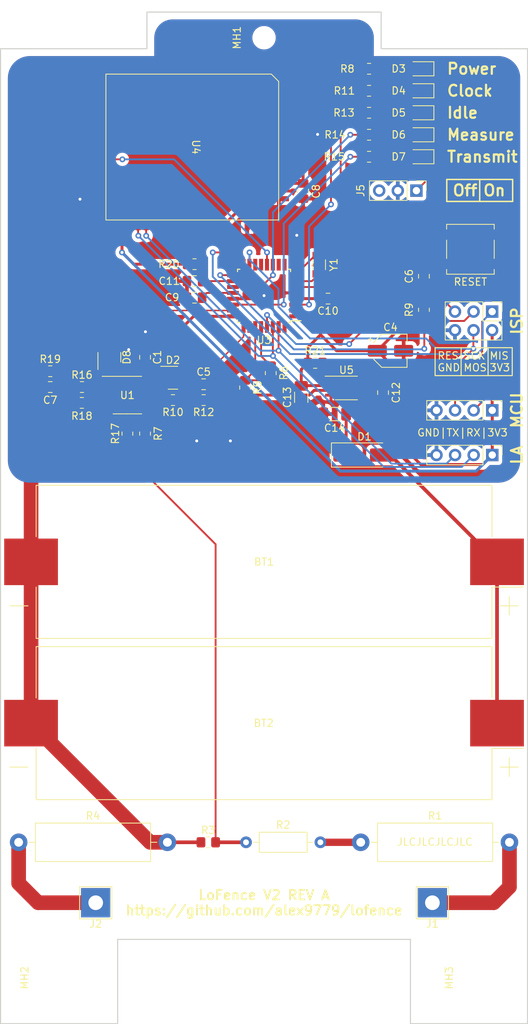
<source format=kicad_pcb>
(kicad_pcb (version 20221018) (generator pcbnew)
  (layers (0 "F.Cu" signal) (31 "B.Cu" signal) (34 "B.Paste" user) (35 "F.Paste" user) (36 "B.SilkS" user "B.Silkscreen") (37 "F.SilkS" user "F.Silkscreen") (38 "B.Mask" user) (39 "F.Mask" user) (44 "Edge.Cuts" user))
  (net 0 "")
  (net 1 "GND")
  (net 2 "+3V3")
  (net 3 "MCU_RESET")
  (net 4 "ADC_POWER")
  (net 5 "ADC+")
  (net 6 "ADC-")
  (net 7 "Net-(BT1-+)")
  (net 8 "MCU_SCK")
  (net 9 "RN_RESET")
  (net 10 "LA_RX")
  (net 11 "LA_TX")
  (net 12 "PROBE")
  (net 13 "BAT_ADC")
  (net 14 "BAT_VCC")
  (net 15 "BAT_GND")
  (net 16 "Net-(U3-AREF)")
  (net 17 "AVCC")
  (net 18 "Net-(U5-C+)")
  (net 19 "Net-(U5-C-)")
  (net 20 "Net-(D2-A1)")
  (net 21 "Net-(D3-K)")
  (net 22 "Net-(D3-A)")
  (net 23 "MCU_MISO")
  (net 24 "MCU_MOSI")
  (net 25 "LED_CLK")
  (net 26 "LED_IDLE")
  (net 27 "LED_MSR")
  (net 28 "LED_TX")
  (net 29 "Net-(D4-A)")
  (net 30 "Net-(D5-A)")
  (net 31 "Net-(D6-A)")
  (net 32 "Net-(D7-A)")
  (net 33 "Net-(D8-A1)")
  (net 34 "Net-(J1-Pin_1)")
  (net 35 "Net-(R1-Pad1)")
  (net 36 "Net-(J2-Pin_1)")
  (net 38 "Net-(U1B-+)")
  (net 39 "Net-(U1B--)")
  (net 40 "Net-(U1A--)")
  (net 41 "Net-(U1A-+)")
  (net 42 "Net-(U5-PGOOD)")
  (net 45 "Net-(U3-XTAL1{slash}PB6)")
  (net 46 "Net-(U3-XTAL2{slash}PB7)")
  (footprint "Resistor_SMD:R_0805_2012Metric_Pad1.20x1.40mm_HandSolder" (layer "F.Cu") (at 71.9144 79.248 -90)
    (fp_text reference "R6")
    (fp_text value "232R")
  )
  (footprint "Resistor_THT:R_Axial_DIN0516_L15.5mm_D5.0mm_P20.32mm_Horizontal" (layer "F.Cu") (at 37.472 143.256)
    (fp_text reference "R4")
    (fp_text value "10M 6KV")
  )
  (footprint "Resistor_SMD:R_0805_2012Metric_Pad1.20x1.40mm_HandSolder" (layer "F.Cu") (at 54.744 87.503 -90)
    (fp_text reference "R7")
    (fp_text value "100k")
  )
  (footprint "Resistor_SMD:R_0805_2012Metric_Pad1.20x1.40mm_HandSolder" (layer "F.Cu") (at 61.5004 64.389)
    (fp_text reference "R20")
    (fp_text value "47R")
  )
  (footprint "Capacitor_SMD:C_0805_2012Metric_Pad1.18x1.45mm_HandSolder" (layer "F.Cu") (at 76.334 54.4068 90)
    (fp_text reference "C8")
    (fp_text value "100nF")
  )
  (footprint "Capacitor_SMD:C_0805_2012Metric_Pad1.18x1.45mm_HandSolder" (layer "F.Cu") (at 61.5004 68.961 180)
    (fp_text reference "C9")
    (fp_text value "100nF")
  )
  (footprint "Capacitor_SMD:C_0805_2012Metric_Pad1.18x1.45mm_HandSolder" (layer "F.Cu") (at 79.7376 69.088 180)
    (fp_text reference "C10")
    (fp_text value "100nF")
  )
  (footprint "ALITECS:LA66_serial-only" (layer "F.Cu") (at 61.1956 48.4124 -90)
    (fp_text reference "U4")
    (fp_text value "LA66")
  )
  (footprint "Resistor_THT:R_Axial_DIN0516_L15.5mm_D5.0mm_P20.32mm_Horizontal" (layer "F.Cu") (at 84.208 143.256)
    (fp_text reference "R1")
    (fp_text value "10M 6KV")
  )
  (footprint "Resistor_THT:R_Axial_DIN0207_L6.3mm_D2.5mm_P10.16mm_Horizontal" (layer "F.Cu") (at 68.536177 143.256)
    (fp_text reference "R2")
    (fp_text value "1M 700V")
  )
  (footprint "Resistor_SMD:R_0805_2012Metric_Pad1.20x1.40mm_HandSolder" (layer "F.Cu") (at 63.38 143.256)
    (fp_text reference "R3")
    (fp_text value "5k76")
  )
  (footprint "Resistor_SMD:R_0805_2012Metric_Pad1.20x1.40mm_HandSolder" (layer "F.Cu") (at 52.331 87.503 -90)
    (fp_text reference "R17")
    (fp_text value "100k")
  )
  (footprint "Package_QFP:TQFP-32_7x7mm_P0.8mm" (layer "F.Cu") (at 71 68.707 180)
    (fp_text reference "U3")
    (fp_text value "ATmega328PB-AU")
  )
  (footprint "MountingHole:MountingHole_2.7mm_M2.5" (layer "F.Cu") (at 100 161.75 90)
    (fp_text reference "MH3")
    (fp_text value "MountingHole")
  )
  (footprint "MountingHole:MountingHole_2.7mm_M2.5" (layer "F.Cu") (at 42 161.75 90)
    (fp_text reference "MH2")
    (fp_text value "MountingHole")
  )
  (footprint "MountingHole:MountingHole_2.7mm_M2.5" (layer "F.Cu") (at 71 33.5 90)
    (fp_text reference "MH1")
    (fp_text value "MountingHole")
  )
  (footprint "ALITECS:18500HolderSMD" (layer "F.Cu") (at 71 105 180)
    (fp_text reference "BT1")
    (fp_text value "Battery_Cell")
  )
  (footprint "Crystal:Crystal_SMD_3215-2Pin_3.2x1.5mm" (layer "F.Cu") (at 78.5184 64.4652 -90)
    (fp_text reference "Y1")
    (fp_text value "32768 Hz")
  )
  (footprint "TestPoint:TestPoint_THTPad_4.0x4.0mm_Drill2.0mm" (layer "F.Cu") (at 48 151.5 180)
    (fp_text reference "J2")
    (fp_text value "Fence-")
  )
  (footprint "TestPoint:TestPoint_THTPad_4.0x4.0mm_Drill2.0mm" (layer "F.Cu") (at 94 151.5 180)
    (fp_text reference "J1")
    (fp_text value "Fence+")
  )
  (footprint "Resistor_SMD:R_0805_2012Metric_Pad1.20x1.40mm_HandSolder" (layer "F.Cu") (at 68.4092 81.2292 -90)
    (fp_text reference "R5")
    (fp_text value "232R")
  )
  (footprint "Resistor_SMD:R_0805_2012Metric_Pad1.20x1.40mm_HandSolder" (layer "F.Cu") (at 41.79 78.994)
    (fp_text reference "R19")
    (fp_text value "1M")
  )
  (footprint "Capacitor_SMD:C_0805_2012Metric_Pad1.18x1.45mm_HandSolder" (layer "F.Cu") (at 41.79 81.153 180)
    (fp_text reference "C7")
    (fp_text value "100nF")
  )
  (footprint "Resistor_SMD:R_0805_2012Metric_Pad1.20x1.40mm_HandSolder" (layer "F.Cu") (at 46.108 83.312)
    (fp_text reference "R18")
    (fp_text value "100k")
  )
  (footprint "Resistor_SMD:R_0805_2012Metric_Pad1.20x1.40mm_HandSolder" (layer "F.Cu") (at 62.745 82.931 180)
    (fp_text reference "R12")
    (fp_text value "1M")
  )
  (footprint "Package_SO:SOIC-8_3.9x4.9mm_P1.27mm" (layer "F.Cu") (at 52.331 82.25)
    (fp_text reference "U1")
    (fp_text value "TLV9062")
  )
  (footprint "Resistor_SMD:R_0805_2012Metric_Pad1.20x1.40mm_HandSolder" (layer "F.Cu") (at 46.124 81.153)
    (fp_text reference "R16")
    (fp_text value "100k")
  )
  (footprint "Capacitor_SMD:C_0805_2012Metric_Pad1.18x1.45mm_HandSolder" (layer "F.Cu") (at 62.745 80.772)
    (fp_text reference "C5")
    (fp_text value "100nF")
  )
  (footprint "Package_TO_SOT_SMD:SOT-23" (layer "F.Cu") (at 49.8672 77.089 90)
    (fp_text reference "D8")
    (fp_text value "BAV70LT")
  )
  (footprint "Package_TO_SOT_SMD:SOT-23" (layer "F.Cu") (at 58.554 79.883)
    (fp_text reference "D2")
    (fp_text value "BAV70LT")
  )
  (footprint "Capacitor_SMD:C_0805_2012Metric_Pad1.18x1.45mm_HandSolder" (layer "F.Cu") (at 54.744 77.089 90)
    (fp_text reference "C1")
    (fp_text value "100nF")
  )
  (footprint "Resistor_SMD:R_0805_2012Metric_Pad1.20x1.40mm_HandSolder" (layer "F.Cu") (at 58.554 82.931 180)
    (fp_text reference "R10")
    (fp_text value "100k")
  )
  (footprint "Resistor_SMD:R_0805_2012Metric_Pad1.20x1.40mm_HandSolder" (layer "F.Cu") (at 85.345 49.736 180)
    (fp_text reference "R15")
    (fp_text value "68R")
  )
  (footprint "LED_SMD:LED_0805_2012Metric_Pad1.15x1.40mm_HandSolder" (layer "F.Cu") (at 92.345 43.736 180)
    (fp_text reference "D5")
    (fp_text value "GREEN")
  )
  (footprint "Resistor_SMD:R_0805_2012Metric_Pad1.20x1.40mm_HandSolder" (layer "F.Cu") (at 85.345 46.736 180)
    (fp_text reference "R14")
    (fp_text value "60R")
  )
  (footprint "LED_SMD:LED_0805_2012Metric_Pad1.15x1.40mm_HandSolder" (layer "F.Cu") (at 92.345 40.736 180)
    (fp_text reference "D4")
    (fp_text value "ORANGE")
  )
  (footprint "LED_SMD:LED_0805_2012Metric_Pad1.15x1.40mm_HandSolder" (layer "F.Cu") (at 92.345 46.736 180)
    (fp_text reference "D6")
    (fp_text value "ORANGE")
  )
  (footprint "Resistor_SMD:R_0805_2012Metric_Pad1.20x1.40mm_HandSolder" (layer "F.Cu") (at 85.345 37.736 180)
    (fp_text reference "R8")
    (fp_text value "60R")
  )
  (footprint "Resistor_SMD:R_0805_2012Metric_Pad1.20x1.40mm_HandSolder" (layer "F.Cu") (at 85.345 40.736 180)
    (fp_text reference "R11")
    (fp_text value "60R")
  )
  (footprint "Connector_PinHeader_2.54mm:PinHeader_1x03_P2.54mm_Vertical" (layer "F.Cu") (at 91.813 54.356 -90)
    (fp_text reference "J5")
    (fp_text value "DEBUG LED")
  )
  (footprint "LED_SMD:LED_0805_2012Metric_Pad1.15x1.40mm_HandSolder" (layer "F.Cu") (at 92.345 37.736 180)
    (fp_text reference "D3")
    (fp_text value "GREEN")
  )
  (footprint "LED_SMD:LED_0805_2012Metric_Pad1.15x1.40mm_HandSolder" (layer "F.Cu") (at 92.345 49.736 180)
    (fp_text reference "D7")
    (fp_text value "RED")
  )
  (footprint "Resistor_SMD:R_0805_2012Metric_Pad1.20x1.40mm_HandSolder" (layer "F.Cu") (at 85.345 43.736 180)
    (fp_text reference "R13")
    (fp_text value "60R")
  )
  (footprint "Resistor_SMD:R_0805_2012Metric_Pad1.20x1.40mm_HandSolder" (layer "F.Cu") (at 92.844 70.612 90)
    (fp_text reference "R9")
    (fp_text value "4k7")
  )
  (footprint "Capacitor_SMD:C_0805_2012Metric_Pad1.18x1.45mm_HandSolder" (layer "F.Cu") (at 92.844 66.04 90)
    (fp_text reference "C6")
    (fp_text value "100nF")
  )
  (footprint "Capacitor_SMD:CP_Elec_4x5.4" (layer "F.Cu") (at 88.272 76.2)
    (fp_text reference "C4")
    (fp_text value "10uF")
  )
  (footprint "Connector_PinHeader_2.54mm:PinHeader_1x04_P2.54mm_Vertical" (layer "F.Cu") (at 102.1785 90.424 -90)
    (fp_text reference "J4" hide)
    (fp_text value "DEBUG LA")
  )
  (footprint "Connector_PinHeader_2.54mm:PinHeader_2x03_P2.54mm_Vertical" (layer "F.Cu") (at 102.1635 70.861 -90)
    (fp_text reference "J3" hide)
    (fp_text value "ISP")
  )
  (footprint "Connector_PinHeader_2.54mm:PinHeader_1x04_P2.54mm_Vertical" (layer "F.Cu") (at 102.1785 84.328 -90)
    (fp_text reference "J6" hide)
    (fp_text value "DEBUG MCU")
  )
  (footprint "Capacitor_SMD:C_0805_2012Metric_Pad1.18x1.45mm_HandSolder" (layer "F.Cu") (at 61.5004 66.7004)
    (fp_text reference "C11")
    (fp_text value "100nF")
  )
  (footprint "Button_Switch_SMD:SW_SPST_B3SL-1002P" (layer "F.Cu") (at 99.194 62.357 180)
    (fp_text reference "SW1")
    (fp_text value "RESET")
  )
  (footprint "Capacitor_SMD:C_0805_2012Metric_Pad1.18x1.45mm_HandSolder" (layer "F.Cu") (at 87.256 81.915 -90)
    (fp_text reference "C12")
    (fp_text value "1uF")
  )
  (footprint "Capacitor_SMD:C_1206_3216Metric_Pad1.33x1.80mm_HandSolder" (layer "F.Cu") (at 76.08 82.55 -90)
    (fp_text reference "C13")
    (fp_text value "10uF")
  )
  (footprint "Capacitor_SMD:C_1206_3216Metric_Pad1.33x1.80mm_HandSolder" (layer "F.Cu") (at 80.652 84.836 180)
    (fp_text reference "C14")
    (fp_text value "10uF")
  )
  (footprint "Resistor_SMD:R_0805_2012Metric_Pad1.20x1.40mm_HandSolder" (layer "F.Cu") (at 77.985 77.851 180)
    (fp_text reference "R21")
    (fp_text value "100k")
  )
  (footprint "Package_SO:MSOP-8_3x3mm_P0.65mm" (layer "F.Cu") (at 82.2565 81.28)
    (fp_text reference "U5")
    (fp_text value "MCP1253-33X50I/MS")
  )
  (footprint "Diode_SMD:D_SMA_Handsoldering" (layer "F.Cu") (at 84.716 90.424)
    (fp_text reference "D1")
    (fp_text value "D_Schottky")
  )
  (footprint "ALITECS:18500HolderSMD" (layer "F.Cu") (at 71 127 180)
    (fp_text reference "BT2")
    (fp_text value "Battery_Cell")
  )
  (gr_line (start 104.964 55.832) (end 95.964 55.832) (stroke (width 0.2)) (layer "F.SilkS"))
  (gr_line (start 95.964 52.832) (end 104.964 52.832) (stroke (width 0.2)) (layer "F.SilkS"))
  (gr_line (start 104.964 52.832) (end 104.964 55.832) (stroke (width 0.2)) (layer "F.SilkS"))
  (gr_line (start 95.964 55.832) (end 95.964 52.832) (stroke (width 0.2)) (layer "F.SilkS"))
  (gr_line (start 100.464 55.832) (end 100.464 52.832) (stroke (width 0.2)) (layer "F.SilkS"))
  (gr_line (start 101.607 75.783) (end 101.607 79.593) (stroke (width 0.15)) (layer "F.SilkS"))
  (gr_line (start 97.924 75.783) (end 97.924 79.593) (stroke (width 0.15)) (layer "F.SilkS"))
  (gr_rect (start 94.368 75.783) (end 104.909 79.593) (stroke (width 0.15)) (fill none) (layer "F.SilkS"))
  (gr_line (start 35 168) (end 51 168) (stroke (width 0.15)) (layer "Edge.Cuts"))
  (gr_line (start 91 156.5) (end 91 168) (stroke (width 0.15)) (layer "Edge.Cuts"))
  (gr_line locked (start 87 35) (end 87 30) (stroke (width 0.15)) (layer "Edge.Cuts"))
  (gr_line (start 91 168) (end 107 168) (stroke (width 0.15)) (layer "Edge.Cuts"))
  (gr_line (start 51 156.5) (end 91 156.5) (stroke (width 0.15)) (layer "Edge.Cuts"))
  (gr_line locked (start 55 35) (end 35 35) (stroke (width 0.15)) (layer "Edge.Cuts"))
  (gr_line locked (start 87 30) (end 55 30) (stroke (width 0.15)) (layer "Edge.Cuts"))
  (gr_line locked (start 107 35) (end 87 35) (stroke (width 0.15)) (layer "Edge.Cuts"))
  (gr_line locked (start 55 35) (end 55 30) (stroke (width 0.15)) (layer "Edge.Cuts"))
  (gr_line locked (start 107 168) (end 107 35) (stroke (width 0.15)) (layer "Edge.Cuts"))
  (gr_line (start 51 156.5) (end 51 168) (stroke (width 0.15)) (layer "Edge.Cuts"))
  (gr_line locked (start 35 35) (end 35 168) (stroke (width 0.15)) (layer "Edge.Cuts"))
  (gr_text "On" (at 102.464 54.332) (layer "F.SilkS") (effects (font (size 1.5 1.5) (thickness 0.3))))
  (gr_text "Power" (at 95.845 37.736) (layer "F.SilkS") (effects (font (size 1.5 1.5) (thickness 0.3)) (justify left)))
  (gr_text "Clock" (at 95.845 40.736) (layer "F.SilkS") (effects (font (size 1.5 1.5) (thickness 0.3)) (justify left)))
  (gr_text "Off" (at 98.464 54.332) (layer "F.SilkS") (effects (font (size 1.5 1.5) (thickness 0.3))))
  (gr_text "Measure" (at 95.845 46.736) (layer "F.SilkS") (effects (font (size 1.5 1.5) (thickness 0.3)) (justify left)))
  (gr_text "Transmit" (at 95.845 49.736) (layer "F.SilkS") (effects (font (size 1.5 1.5) (thickness 0.3)) (justify left)))
  (gr_text "Idle" (at 95.845 43.736) (layer "F.SilkS") (effects (font (size 1.5 1.5) (thickness 0.3)) (justify left)))
  (gr_text "MCU" (at 105.544 84.328 90) (layer "F.SilkS") (effects (font (size 1.5 1.5) (thickness 0.3))))
  (gr_text "RES\nGND" (at 94.622 79.085) (layer "F.SilkS") (effects (font (size 1 1)) (justify left bottom)))
  (gr_text "ISP" (at 105.544 72.136 90) (layer "F.SilkS") (effects (font (size 1.5 1.5) (thickness 0.3))))
  (gr_text "JLCJLCJLCJLC" (at 89.1 143.8) (layer "F.SilkS") (effects (font (size 1 1)) (justify left bottom)))
  (gr_text "LoFence V2 REV A\nhttps://github.com/alex9779/lofence\n" (at 71 151.5) (layer "F.SilkS") (effects (font (size 1.3 1.3) (thickness 0.25))))
  (gr_text "LA" (at 105.544 90.424 90) (layer "F.SilkS") (effects (font (size 1.5 1.5) (thickness 0.3))))
  (gr_text "MIS\n3V3" (at 101.734 79.085) (layer "F.SilkS") (effects (font (size 1 1)) (justify left bottom)))
  (gr_text "SCK\nMOS" (at 98.178 79.085) (layer "F.SilkS") (effects (font (size 1 1)) (justify left bottom)))
  (gr_text "GND|TX|RX|3V3" (at 98.1145 87.376) (layer "F.SilkS") (effects (font (size 1 1))))
  (segment (start 57.792 143.256) (end 55.426 143.256) (width 2) (layer "F.Cu") (net 1))
  (segment (start 62.38 143.256) (end 57.792 143.256) (width 0.5) (layer "F.Cu") (net 1))
  (segment (start 39.17 105) (end 39.17 90.25) (width 2) (layer "F.Cu") (net 1))
  (segment (start 55.426 143.256) (end 39.17 127) (width 2) (layer "F.Cu") (net 1))
  (segment (start 71.3746 68.307) (end 71 68.6816) (width 0.4) (layer "F.Cu") (net 1))
  (segment (start 39.17 127) (end 39.17 105) (width 2) (layer "F.Cu") (net 1))
  (segment (start 70.5746 69.107) (end 71 68.6816) (width 0.4) (layer "F.Cu") (net 1))
  (segment (start 75.25 68.307) (end 71.3746 68.307) (width 0.4) (layer "F.Cu") (net 1))
  (segment (start 66.75 69.107) (end 70.5746 69.107) (width 0.4) (layer "F.Cu") (net 1))
  (via (at 66.4 88.5) (size 0.8) (drill 0.4) (layers "F.Cu" "B.Cu") (net 1))
  (via (at 75.4704 60.452) (size 0.8) (drill 0.4) (layers "F.Cu" "B.Cu") (net 1))
  (via (at 71 68.6816) (size 0.8) (drill 0.4) (layers "F.Cu" "B.Cu") (net 1))
  (via (at 61.8 88.5) (size 0.8) (drill 0.4) (layers "F.Cu" "B.Cu") (net 1))
  (via (at 45.854 55.5244) (size 0.8) (drill 0.4) (layers "F.Cu" "B.Cu") (net 1))
  (via (at 78.3152 46.6852) (size 0.8) (drill 0.4) (layers "F.Cu" "B.Cu") (net 1))
  (via (at 54.7948 73.6092) (size 0.8) (drill 0.4) (layers "F.Cu" "B.Cu") (net 1))
  (via (at 52.5088 76.0476) (size 0.8) (drill 0.4) (layers "F.Cu" "B.Cu") (net 1))
  (segment (start 76.985 77.851) (end 76.985 75.7522) (width 0.4) (layer "F.Cu") (net 2))
  (segment (start 80.144 80.955) (end 76.1125 80.955) (width 0.4) (layer "F.Cu") (net 2))
  (segment (start 73.0206 53.3624) (end 73.0206 52.2624) (width 0.4) (layer "F.Cu") (net 2))
  (segment (start 76.08 78.756) (end 76.985 77.851) (width 0.4) (layer "F.Cu") (net 2))
  (segment (start 52.6956 58.3874) (end 51.5956 58.3874) (width 0.4) (layer "F.Cu") (net 2))
  (segment (start 75.269 69.088) (end 78.7001 69.088) (width 0.4) (layer "F.Cu") (net 2))
  (segment (start 91.06 71.612) (end 86.472 76.2) (width 0.4) (layer "F.Cu") (net 2))
  (segment (start 76.3271 53.3624) (end 76.334 53.3693) (width 0.4) (layer "F.Cu") (net 2))
  (segment (start 92.4168 91.724) (end 88.4752 87.7824) (width 0.4) (layer "F.Cu") (net 2))
  (segment (start 73.0206 53.3624) (end 76.3271 53.3624) (width 0.4) (layer "F.Cu") (net 2))
  (segment (start 78.7216 74.0156) (end 78.7216 69.1095) (width 0.4) (layer "F.Cu") (net 2))
  (segment (start 102.1785 84.328) (end 102.1785 90.424) (width 0.4) (layer "F.Cu") (net 2))
  (segment (start 102.1635 84.313) (end 102.1785 84.328) (width 0.4) (layer "F.Cu") (net 2))
  (segment (start 53.1946 64.389) (end 51.5944 62.7888) (width 0.4) (layer "F.Cu") (net 2))
  (segment (start 102.1785 90.424) (end 100.8785 91.724) (width 0.4) (layer "F.Cu") (net 2))
  (segment (start 71.1956 53.3624) (end 73.0206 53.3624) (width 0.4) (layer "F.Cu") (net 2))
  (segment (start 76.1125 80.955) (end 76.08 80.9875) (width 0.4) (layer "F.Cu") (net 2))
  (segment (start 102.1635 73.401) (end 102.1635 84.313) (width 0.4) (layer "F.Cu") (net 2))
  (segment (start 76.08 80.9875) (end 76.08 78.756) (width 0.4) (layer "F.Cu") (net 2))
  (segment (start 76.334 45.747) (end 84.345 37.736) (width 0.4) (layer "F.Cu") (net 2))
  (segment (start 86.472 76.2) (end 80.906 76.2) (width 0.4) (layer "F.Cu") (net 2))
  (segment (start 51.5944 58.3886) (end 51.5956 58.3874) (width 0.4) (layer "F.Cu") (net 2))
  (segment (start 92.844 71.612) (end 91.06 71.612) (width 0.4) (layer "F.Cu") (net 2))
  (segment (start 75.25 69.107) (end 75.269 69.088) (width 0.4) (layer "F.Cu") (net 2))
  (segment (start 76.334 53.3693) (end 76.334 45.747) (width 0.4) (layer "F.Cu") (net 2))
  (segment (start 60.5004 64.389) (end 53.1946 64.389) (width 0.4) (layer "F.Cu") (net 2))
  (segment (start 88.4752 87.7824) (end 88.4752 78.2032) (width 0.4) (layer "F.Cu") (net 2))
  (segment (start 60.5004 64.389) (end 60.5004 64.0576) (width 0.4) (layer "F.Cu") (net 2))
  (segment (start 76.985 75.7522) (end 78.7216 74.0156) (width 0.4) (layer "F.Cu") (net 2))
  (segment (start 100.8785 91.724) (end 92.4168 91.724) (width 0.4) (layer "F.Cu") (net 2))
  (segment (start 50.3956 53.3624) (end 49.3706 53.3624) (width 0.4) (layer "F.Cu") (net 2))
  (segment (start 80.906 76.2) (end 78.7216 74.0156) (width 0.4) (layer "F.Cu") (net 2))
  (segment (start 78.7216 69.1095) (end 78.7001 69.088) (width 0.4) (layer "F.Cu") (net 2))
  (segment (start 60.5004 64.0576) (end 71.1956 53.3624) (width 0.4) (layer "F.Cu") (net 2))
  (segment (start 51.5956 58.3874) (end 51.5956 54.5624) (width 0.4) (layer "F.Cu") (net 2))
  (segment (start 88.4752 78.2032) (end 86.472 76.2) (width 0.4) (layer "F.Cu") (net 2))
  (segment (start 51.5944 62.7888) (end 51.5944 58.3886) (width 0.4) (layer "F.Cu") (net 2))
  (segment (start 51.5956 54.5624) (end 50.3956 53.3624) (width 0.4) (layer "F.Cu") (net 2))
  (via (at 51.5944 62.7888) (size 0.8) (drill 0.4) (layers "F.Cu" "B.Cu") (net 2))
  (segment (start 81.4296 92.624) (end 51.5944 62.7888) (width 0.4) (layer "B.Cu") (net 2))
  (segment (start 102.1785 90.424) (end 99.9785 92.624) (width 0.4) (layer "B.Cu") (net 2))
  (segment (start 99.9785 92.624) (end 81.4296 92.624) (width 0.4) (layer "B.Cu") (net 2))
  (segment (start 95.8345 69.612) (end 92.844 69.612) (width 0.25) (layer "F.Cu") (net 3))
  (segment (start 71.4064 72.9506) (end 71.4 72.957) (width 0.25) (layer "F.Cu") (net 3))
  (segment (start 88.3068 69.612) (end 82.6332 75.2856) (width 0.25) (layer "F.Cu") (net 3))
  (segment (start 96.319 64.357) (end 93.5985 67.0775) (width 0.25) (layer "F.Cu") (net 3))
  (segment (start 93.5985 67.0775) (end 92.844 67.0775) (width 0.25) (layer "F.Cu") (net 3))
  (segment (start 92.844 67.0775) (end 92.844 69.612) (width 0.25) (layer "F.Cu") (net 3))
  (segment (start 92.844 69.612) (end 88.3068 69.612) (width 0.25) (layer "F.Cu") (net 3))
  (segment (start 97.0835 70.861) (end 95.8345 69.612) (width 0.25) (layer "F.Cu") (net 3))
  (segment (start 71.4064 71.3232) (end 71.4064 72.9506) (width 0.25) (layer "F.Cu") (net 3))
  (segment (start 102.069 64.357) (end 96.319 64.357) (width 0.25) (layer "F.Cu") (net 3))
  (via (at 82.6332 75.2856) (size 0.8) (drill 0.4) (layers "F.Cu" "B.Cu") (net 3))
  (via (at 71.4064 71.3232) (size 0.8) (drill 0.4) (layers "F.Cu" "B.Cu") (net 3))
  (segment (start 75.3688 75.2856) (end 82.6332 75.2856) (width 0.25) (layer "B.Cu") (net 3))
  (segment (start 71.4064 71.3232) (end 75.3688 75.2856) (width 0.25) (layer "B.Cu") (net 3))
  (segment (start 61.3635 71.507) (end 66.75 71.507) (width 0.4) (layer "F.Cu") (net 4))
  (segment (start 54.744 78.1265) (end 61.3635 71.507) (width 0.4) (layer "F.Cu") (net 4))
  (segment (start 54.806 78.1885) (end 54.744 78.1265) (width 0.4) (layer "F.Cu") (net 4))
  (segment (start 54.806 80.345) (end 54.806 78.1885) (width 0.4) (layer "F.Cu") (net 4))
  (segment (start 59.554 82.931) (end 61.745 82.931) (width 0.2) (layer "F.Cu") (net 5))
  (segment (start 61.745 80.8095) (end 61.7075 80.772) (width 0.2) (layer "F.Cu") (net 5))
  (segment (start 61.745 82.931) (end 61.745 80.8095) (width 0.2) (layer "F.Cu") (net 5))
  (segment (start 61.7075 80.772) (end 60.3805 80.772) (width 0.2) (layer "F.Cu") (net 5))
  (segment (start 61.7075 80.772) (end 68.2 74.2795) (width 0.2) (layer "F.Cu") (net 5))
  (segment (start 60.3805 80.772) (end 59.4915 79.883) (width 0.2) (layer "F.Cu") (net 5))
  (segment (start 68.2 74.2795) (end 68.2 72.957) (width 0.2) (layer "F.Cu") (net 5))
  (segment (start 55.0069 70.707) (end 66.75 70.707) (width 0.2) (layer "F.Cu") (net 6))
  (segment (start 45.124 81.153) (end 42.8275 81.153) (width 0.2) (layer "F.Cu") (net 6))
  (segment (start 49.5624 76.1515) (end 49.8672 76.1515) (width 0.2) (layer "F.Cu") (net 6))
  (segment (start 42.8275 79.0315) (end 42.79 78.994) (width 0.2) (layer "F.Cu") (net 6))
  (segment (start 49.5624 76.1515) (end 55.0069 70.707) (width 0.2) (layer "F.Cu") (net 6))
  (segment (start 45.124 81.153) (end 45.124 79.724) (width 0.2) (layer "F.Cu") (net 6))
  (segment (start 45.124 79.724) (end 48.6965 76.1515) (width 0.2) (layer "F.Cu") (net 6))
  (segment (start 42.8275 81.153) (end 42.8275 79.0315) (width 0.2) (layer "F.Cu") (net 6))
  (segment (start 48.6965 76.1515) (end 49.5624 76.1515) (width 0.2) (layer "F.Cu") (net 6))
  (segment (start 88.254 90.424) (end 102.83 105) (width 0.5) (layer "F.Cu") (net 7))
  (segment (start 102.83 127) (end 102.83 105) (width 0.5) (layer "F.Cu") (net 7))
  (segment (start 87.216 90.424) (end 88.254 90.424) (width 0.5) (layer "F.Cu") (net 7))
  (segment (start 94.6728 72.136) (end 98.3485 72.136) (width 0.25) (layer "F.Cu") (net 8))
  (segment (start 65.0056 65.8876) (end 66.7306 65.8876) (width 0.25) (layer "F.Cu") (net 8))
  (segment (start 98.3485 72.136) (end 99.6235 70.861) (width 0.25) (layer "F.Cu") (net 8))
  (segment (start 66.7306 65.8876) (end 66.75 65.907) (width 0.25) (layer "F.Cu") (net 8))
  (segment (start 92.8948 73.914) (end 94.6728 72.136) (width 0.25) (layer "F.Cu") (net 8))
  (segment (start 92.8948 75.9265) (end 92.8948 73.914) (width 0.25) (layer "F.Cu") (net 8))
  (via (at 65.0056 65.8876) (size 0.8) (drill 0.4) (layers "F.Cu" "B.Cu") (net 8))
  (via (at 92.8948 75.9265) (size 0.8) (drill 0.4) (layers "F.Cu" "B.Cu") (net 8))
  (segment (start 65.0056 65.947705) (end 65.0056 65.8876) (width 0.25) (layer "B.Cu") (net 8))
  (segment (start 92.8948 75.9265) (end 92.8107 76.0106) (width 0.25) (layer "B.Cu") (net 8))
  (segment (start 92.8107 76.0106) (end 75.068495 76.0106) (width 0.25) (layer "B.Cu") (net 8))
  (segment (start 75.068495 76.0106) (end 65.0056 65.947705) (width 0.25) (layer "B.Cu") (net 8))
  (segment (start 49.397 50.0888) (end 49.3706 50.0624) (width 0.25) (layer "F.Cu") (net 9))
  (segment (start 71.4 62.7952) (end 71.4064 62.7888) (width 0.25) (layer "F.Cu") (net 9))
  (segment (start 71.4 64.457) (end 71.4 62.7952) (width 0.25) (layer "F.Cu") (net 9))
  (segment (start 51.6452 50.0888) (end 49.397 50.0888) (width 0.25) (layer "F.Cu") (net 9))
  (via (at 51.6452 50.0888) (size 0.8) (drill 0.4) (layers "F.Cu" "B.Cu") (net 9))
  (via (at 71.4064 62.7888) (size 0.8) (drill 0.4) (layers "F.Cu" "B.Cu") (net 9))
  (segment (start 71.4064 62.7888) (end 58.7064 50.0888) (width 0.25) (layer "B.Cu") (net 9))
  (segment (start 58.7064 50.0888) (end 51.6452 50.0888) (width 0.25) (layer "B.Cu") (net 9))
  (segment (start 72.2192 76.9112) (end 72.2 76.892) (width 0.25) (layer "F.Cu") (net 10))
  (segment (start 72.2 76.892) (end 72.2 72.957) (width 0.25) (layer "F.Cu") (net 10))
  (segment (start 53.8296 60.5028) (end 53.7956 60.4688) (width 0.25) (layer "F.Cu") (net 10))
  (segment (start 53.7956 60.4688) (end 53.7956 58.3874) (width 0.25) (layer "F.Cu") (net 10))
  (via (at 72.2192 76.9112) (size 0.8) (drill 0.4) (layers "F.Cu" "B.Cu") (net 10))
  (via (at 53.8296 60.5028) (size 0.8) (drill 0.4) (layers "F.Cu" "B.Cu") (net 10))
  (segment (start 87.357 92.049) (end 98.0135 92.049) (width 0.25) (layer "B.Cu") (net 10))
  (segment (start 72.2192 76.9112) (end 87.357 92.049) (width 0.25) (layer "B.Cu") (net 10))
  (segment (start 98.0135 92.049) (end 99.6385 90.424) (width 0.25) (layer "B.Cu") (net 10))
  (segment (start 53.8296 60.5028) (end 70.238 76.9112) (width 0.25) (layer "B.Cu") (net 10))
  (segment (start 70.238 76.9112) (end 72.2192 76.9112) (width 0.25) (layer "B.Cu") (net 10))
  (segment (start 72.9812 76.1867) (end 72.9812 72.9758) (width 0.25) (layer "F.Cu") (net 11))
  (segment (start 54.8964 58.3882) (end 54.8956 58.3874) (width 0.25) (layer "F.Cu") (net 11))
  (segment (start 72.9812 72.9758) (end 73 72.957) (width 0.25) (layer "F.Cu") (net 11))
  (segment (start 54.8964 60.5161) (end 54.8964 58.3882) (width 0.25) (layer "F.Cu") (net 11))
  (via (at 54.8964 60.5161) (size 0.8) (drill 0.4) (layers "F.Cu" "B.Cu") (net 11))
  (via (at 72.9812 76.1867) (size 0.8) (drill 0.4) (layers "F.Cu" "B.Cu") (net 11))
  (segment (start 88.3935 91.599) (end 95.9235 91.599) (width 0.25) (layer "B.Cu") (net 11))
  (segment (start 72.9812 76.1867) (end 88.3935 91.599) (width 0.25) (layer "B.Cu") (net 11))
  (segment (start 72.9812 76.1867) (end 70.567 76.1867) (width 0.25) (layer "B.Cu") (net 11))
  (segment (start 95.9235 91.599) (end 97.0985 90.424) (width 0.25) (layer "B.Cu") (net 11))
  (segment (start 70.567 76.1867) (end 54.8964 60.5161) (width 0.25) (layer "B.Cu") (net 11))
  (segment (start 54.744 88.646) (end 54.744 88.503) (width 0.25) (layer "F.Cu") (net 12))
  (segment (start 53.601 89.773) (end 52.331 88.503) (width 0.25) (layer "F.Cu") (net 12))
  (segment (start 53.601 91.821) (end 53.601 89.773) (width 0.25) (layer "F.Cu") (net 12))
  (segment (start 64.38 143.256) (end 64.38 102.6) (width 0.25) (layer "F.Cu") (net 12))
  (segment (start 53.601 89.773) (end 53.617 89.773) (width 0.25) (layer "F.Cu") (net 12))
  (segment (start 64.38 102.6) (end 53.601 91.821) (width 0.25) (layer "F.Cu") (net 12))
  (segment (start 53.617 89.773) (end 54.744 88.646) (width 0.25) (layer "F.Cu") (net 12))
  (segment (start 68.536177 143.256) (end 64.38 143.256) (width 0.5) (layer "F.Cu") (net 12))
  (segment (start 71.8956 80.2292) (end 68.4092 80.2292) (width 0.25) (layer "F.Cu") (net 13))
  (segment (start 71.9144 80.248) (end 71.8956 80.2292) (width 0.25) (layer "F.Cu") (net 13))
  (segment (start 68.4092 80.2292) (end 69.8 78.8384) (width 0.25) (layer "F.Cu") (net 13))
  (segment (start 69.8 78.8384) (end 69.8 72.957) (width 0.25) (layer "F.Cu") (net 13))
  (segment (start 82.2145 82.239893) (end 83.499393 80.955) (width 0.4) (layer "F.Cu") (net 14))
  (segment (start 82.2145 84.836) (end 82.2145 82.735183) (width 0.4) (layer "F.Cu") (net 14))
  (segment (start 84.369 80.955) (end 84.369 80.305) (width 0.4) (layer "F.Cu") (net 14))
  (segment (start 82.2145 82.3345) (end 81.485 81.605) (width 0.4) (layer "F.Cu") (net 14))
  (segment (start 82.216 90.424) (end 82.216 84.8375) (width 0.4) (layer "F.Cu") (net 14))
  (segment (start 82.2145 82.735183) (end 82.2145 82.239893) (width 0.4) (layer "F.Cu") (net 14))
  (segment (start 77.1976 82.2452) (end 77.8378 81.605) (width 0.4) (layer "F.Cu") (net 14))
  (segment (start 82.2145 82.735183) (end 82.2145 82.3345) (width 0.4) (layer "F.Cu") (net 14))
  (segment (start 77.8378 81.605) (end 80.144 81.605) (width 0.4) (layer "F.Cu") (net 14))
  (segment (start 83.499393 80.955) (end 84.369 80.955) (width 0.4) (layer "F.Cu") (net 14))
  (segment (start 82.216 84.8375) (end 82.2145 84.836) (width 0.4) (layer "F.Cu") (net 14))
  (segment (start 81.485 81.605) (end 80.144 81.605) (width 0.4) (layer "F.Cu") (net 14))
  (segment (start 68.4252 82.2452) (end 77.1976 82.2452) (width 0.4) (layer "F.Cu") (net 14))
  (segment (start 68.4092 82.2292) (end 68.4252 82.2452) (width 0.4) (layer "F.Cu") (net 14))
  (segment (start 70.6 72.957) (end 70.6 76.9336) (width 0.25) (layer "F.Cu") (net 15))
  (segment (start 70.6 76.9336) (end 71.9144 78.248) (width 0.25) (layer "F.Cu") (net 15))
  (segment (start 62.5379 68.961) (end 63.1919 68.307) (width 0.25) (layer "F.Cu") (net 16))
  (segment (start 63.1919 68.307) (end 66.75 68.307) (width 0.25) (layer "F.Cu") (net 16))
  (segment (start 66.7434 66.7004) (end 66.75 66.707) (width 0.25) (layer "F.Cu") (net 17))
  (segment (start 62.5379 66.7004) (end 62.5379 64.4265) (width 0.25) (layer "F.Cu") (net 17))
  (segment (start 62.5379 66.7004) (end 66.7434 66.7004) (width 0.25) (layer "F.Cu") (net 17))
  (segment (start 62.5379 64.4265) (end 62.5004 64.389) (width 0.25) (layer "F.Cu") (net 17))
  (segment (start 84.369 81.605) (end 86.5285 81.605) (width 0.25) (layer "F.Cu") (net 18))
  (segment (start 86.5285 81.605) (end 87.256 80.8775) (width 0.25) (layer "F.Cu") (net 18))
  (segment (start 86.5585 82.255) (end 87.256 82.9525) (width 0.25) (layer "F.Cu") (net 19))
  (segment (start 84.369 82.255) (end 86.5585 82.255) (width 0.25) (layer "F.Cu") (net 19))
  (segment (start 56.8345 81.615) (end 57.6165 80.833) (width 0.25) (layer "F.Cu") (net 20))
  (segment (start 54.806 81.615) (end 56.8345 81.615) (width 0.25) (layer "F.Cu") (net 20))
  (segment (start 57.6165 80.833) (end 57.6165 78.933) (width 0.25) (layer "F.Cu") (net 20))
  (segment (start 93.37 46.736) (end 93.37 49.736) (width 0.25) (layer "F.Cu") (net 21))
  (segment (start 93.37 49.736) (end 93.37 52.799) (width 0.25) (layer "F.Cu") (net 21))
  (segment (start 93.37 43.736) (end 93.37 46.736) (width 0.25) (layer "F.Cu") (net 21))
  (segment (start 93.37 40.736) (end 93.37 43.736) (width 0.25) (layer "F.Cu") (net 21))
  (segment (start 93.37 37.736) (end 93.37 40.736) (width 0.25) (layer "F.Cu") (net 21))
  (segment (start 93.37 52.799) (end 91.813 54.356) (width 0.25) (layer "F.Cu") (net 21))
  (segment (start 86.345 37.736) (end 91.32 37.736) (width 0.25) (layer "F.Cu") (net 22))
  (segment (start 100.7985 72.226) (end 102.1635 70.861) (width 0.25) (layer "F.Cu") (net 23))
  (segment (start 99.6385 84.328) (end 100.7985 83.168) (width 0.25) (layer "F.Cu") (net 23))
  (segment (start 66.5318 62.7888) (end 68.2 64.457) (width 0.25) (layer "F.Cu") (net 23))
  (segment (start 100.7985 83.168) (end 100.7985 72.226) (width 0.25) (layer "F.Cu") (net 23))
  (segment (start 63.9896 62.7888) (end 66.5318 62.7888) (width 0.25) (layer "F.Cu") (net 23))
  (via (at 63.9896 62.7888) (size 0.8) (drill 0.4) (layers "F.Cu" "B.Cu") (net 23))
  (segment (start 74.5498 76.651) (end 100.1146 76.651) (width 0.25) (layer "B.Cu") (net 23))
  (segment (start 63.9896 66.0908) (end 74.5498 76.651) (width 0.25) (layer "B.Cu") (net 23))
  (segment (start 63.9896 62.7888) (end 63.9896 66.0908) (width 0.25) (layer "B.Cu") (net 23))
  (segment (start 100.1146 76.651) (end 100.8704 75.8952) (width 0.25) (layer "B.Cu") (net 23))
  (segment (start 100.8704 72.1541) (end 102.1635 70.861) (width 0.25) (layer "B.Cu") (net 23))
  (segment (start 100.8704 75.8952) (end 100.8704 72.1541) (width 0.25) (layer "B.Cu") (net 23))
  (segment (start 99.6004 75.9265) (end 99.6004 73.4241) (width 0.25) (layer "F.Cu") (net 24))
  (segment (start 69.0188 62.7888) (end 69.0188 63.5132) (width 0.25) (layer "F.Cu") (net 24))
  (segment (start 69.0188 63.5132) (end 69 63.532) (width 0.25) (layer "F.Cu") (net 24))
  (segment (start 69 63.532) (end 69 64.457) (width 0.25) (layer "F.Cu") (net 24))
  (segment (start 97.0985 78.4284) (end 99.6004 75.9265) (width 0.25) (layer "F.Cu") (net 24))
  (segment (start 99.6004 73.4241) (end 99.6235 73.401) (width 0.25) (layer "F.Cu") (net 24))
  (segment (start 97.0985 84.328) (end 97.0985 78.4284) (width 0.25) (layer "F.Cu") (net 24))
  (via (at 99.6004 75.9265) (size 0.8) (drill 0.4) (layers "F.Cu" "B.Cu") (net 24))
  (via (at 69.0188 62.7888) (size 0.8) (drill 0.4) (layers "F.Cu" "B.Cu") (net 24))
  (segment (start 93.1488 74.5236) (end 77.289895 74.5236) (width 0.25) (layer "B.Cu") (net 24))
  (segment (start 77.289895 74.5236) (end 72.9674 70.201105) (width 0.25) (layer "B.Cu") (net 24))
  (segment (start 94.5517 75.9265) (end 93.1488 74.5236) (width 0.25) (layer "B.Cu") (net 24))
  (segment (start 72.9674 70.201105) (end 72.9674 67.7534) (width 0.25) (layer "B.Cu") (net 24))
  (segment (start 69.0188 63.8048) (end 69.0188 62.7888) (width 0.25) (layer "B.Cu") (net 24))
  (segment (start 72.9674 67.7534) (end 69.0188 63.8048) (width 0.25) (layer "B.Cu") (net 24))
  (segment (start 99.6004 75.9265) (end 94.5517 75.9265) (width 0.25) (layer "B.Cu") (net 24))
  (segment (start 77.1468 69.9008) (end 77.1406 69.907) (width 0.25) (layer "F.Cu") (net 25))
  (segment (start 80.144 56.2356) (end 80.144 44.937) (width 0.25) (layer "F.Cu") (net 25))
  (segment (start 77.1406 69.907) (end 75.25 69.907) (width 0.25) (layer "F.Cu") (net 25))
  (segment (start 80.144 44.937) (end 84.345 40.736) (width 0.25) (layer "F.Cu") (net 25))
  (via (at 80.144 56.2356) (size 0.8) (drill 0.4) (layers "F.Cu" "B.Cu") (net 25))
  (via (at 77.1468 69.9008) (size 0.8) (drill 0.4) (layers "F.Cu" "B.Cu") (net 25))
  (segment (start 77.1468 59.2328) (end 80.144 56.2356) (width 0.25) (layer "B.Cu") (net 25))
  (segment (start 77.1468 69.9008) (end 77.1468 59.2328) (width 0.25) (layer "B.Cu") (net 25))
  (segment (start 79.7946 67.507) (end 75.25 67.507) (width 0.25) (layer "F.Cu") (net 26))
  (segment (start 81.4648 65.8368) (end 79.7946 67.507) (width 0.25) (layer "F.Cu") (net 26))
  (segment (start 81.4648 46.6162) (end 81.4648 65.8368) (width 0.25) (layer "F.Cu") (net 26))
  (segment (start 84.345 43.736) (end 81.4648 46.6162) (width 0.25) (layer "F.Cu") (net 26))
  (segment (start 70.5998 67.507) (end 66.75 67.507) (width 0.25) (layer "F.Cu") (net 27))
  (segment (start 82.7856 46.736) (end 84.345 46.736) (width 0.25) (layer "F.Cu") (net 27))
  (segment (start 72.2192 65.8876) (end 70.5998 67.507) (width 0.25) (layer "F.Cu") (net 27))
  (via (at 82.7856 46.736) (size 0.8) (drill 0.4) (layers "F.Cu" "B.Cu") (net 27))
  (via (at 72.2192 65.8876) (size 0.8) (drill 0.4) (layers "F.Cu" "B.Cu") (net 27))
  (segment (start 72.2192 57.3024) (end 82.7856 46.736) (width 0.25) (layer "B.Cu") (net 27))
  (segment (start 72.2192 65.8876) (end 72.2192 57.3024) (width 0.25) (layer "B.Cu") (net 27))
  (segment (start 73.6924 69.9008) (end 73.6862 69.907) (width 0.25) (layer "F.Cu") (net 28))
  (segment (start 84.3422 49.7332) (end 84.345 49.736) (width 0.25) (layer "F.Cu") (net 28))
  (segment (start 82.7856 49.7332) (end 84.3422 49.7332) (width 0.25) (layer "F.Cu") (net 28))
  (segment (start 73.6862 69.907) (end 66.75 69.907) (width 0.25) (layer "F.Cu") (net 28))
  (via (at 73.6924 69.9008) (size 0.8) (drill 0.4) (layers "F.Cu" "B.Cu") (net 28))
  (via (at 82.7856 49.7332) (size 0.8) (drill 0.4) (layers "F.Cu" "B.Cu") (net 28))
  (segment (start 73.6924 58.8264) (end 82.7856 49.7332) (width 0.25) (layer "B.Cu") (net 28))
  (segment (start 73.6924 69.9008) (end 73.6924 58.8264) (width 0.25) (layer "B.Cu") (net 28))
  (segment (start 86.345 40.736) (end 91.32 40.736) (width 0.25) (layer "F.Cu") (net 29))
  (segment (start 86.345 43.736) (end 91.32 43.736) (width 0.25) (layer "F.Cu") (net 30))
  (segment (start 86.345 46.736) (end 91.32 46.736) (width 0.25) (layer "F.Cu") (net 31))
  (segment (start 86.345 49.736) (end 91.32 49.736) (width 0.25) (layer "F.Cu") (net 32))
  (segment (start 49.856 78.9653) (end 48.9172 78.0265) (width 0.25) (layer "F.Cu") (net 33))
  (segment (start 49.856 80.345) (end 49.856 78.9877) (width 0.25) (layer "F.Cu") (net 33))
  (segment (start 49.856 80.345) (end 49.856 78.9653) (width 0.25) (layer "F.Cu") (net 33))
  (segment (start 49.856 78.9877) (end 50.8172 78.0265) (width 0.25) (layer "F.Cu") (net 33))
  (segment (start 104.528 143.256) (end 104.528 149.352) (width 2) (layer "F.Cu") (net 34))
  (segment (start 104.528 149.352) (end 102.38 151.5) (width 2) (layer "F.Cu") (net 34))
  (segment (start 102.38 151.5) (end 94 151.5) (width 2) (layer "F.Cu") (net 34))
  (segment (start 84.208 143.256) (end 78.696177 143.256) (width 1) (layer "F.Cu") (net 35))
  (segment (start 40.128 151.5) (end 37.472 148.844) (width 2) (layer "F.Cu") (net 36))
  (segment (start 37.472 148.844) (end 37.472 143.256) (width 2) (layer "F.Cu") (net 36))
  (segment (start 48 151.5) (end 40.128 151.5) (width 2) (layer "F.Cu") (net 36))
  (segment (start 54.744 86.503) (end 54.744 84.217) (width 0.25) (layer "F.Cu") (net 38))
  (segment (start 54.744 84.217) (end 54.806 84.155) (width 0.25) (layer "F.Cu") (net 38))
  (segment (start 54.806 82.885) (end 57.508 82.885) (width 0.25) (layer "F.Cu") (net 39))
  (segment (start 57.508 82.885) (end 57.554 82.931) (width 0.25) (layer "F.Cu") (net 39))
  (segment (start 47.586 81.615) (end 47.124 81.153) (width 0.25) (layer "F.Cu") (net 40))
  (segment (start 52.331 86.503) (end 52.331 82.804) (width 0.25) (layer "F.Cu") (net 40))
  (segment (start 49.856 81.615) (end 47.586 81.615) (width 0.25) (layer "F.Cu") (net 40))
  (segment (start 51.142 81.615) (end 49.856 81.615) (width 0.25) (layer "F.Cu") (net 40))
  (segment (start 52.331 82.804) (end 51.142 81.615) (width 0.25) (layer "F.Cu") (net 40))
  (segment (start 49.856 82.885) (end 47.535 82.885) (width 0.25) (layer "F.Cu") (net 41))
  (segment (start 47.535 82.885) (end 47.108 83.312) (width 0.25) (layer "F.Cu") (net 41))
  (segment (start 80.144 80.305) (end 80.144 79.01) (width 0.25) (layer "F.Cu") (net 42))
  (segment (start 80.144 79.01) (end 78.985 77.851) (width 0.25) (layer "F.Cu") (net 42))
  (segment (start 77.5266 66.707) (end 78.5184 65.7152) (width 0.25) (layer "F.Cu") (net 45))
  (segment (start 75.25 66.707) (end 77.5266 66.707) (width 0.25) (layer "F.Cu") (net 45))
  (segment (start 77.9418 63.2152) (end 78.5184 63.2152) (width 0.25) (layer "F.Cu") (net 46))
  (segment (start 75.25 65.907) (end 77.9418 63.2152) (width 0.25) (layer "F.Cu") (net 46))
  (zone locked (net 1) (net_name "GND") (layers "F&B.Cu") (connect_pads (clearance 0.508)) (min_thickness 0.254) (fill yes (thermal_gap 0.508) (thermal_bridge_width 0.508) (smoothing fillet) (radius 3))
    (polygon (pts (xy 36 94.2) (xy 106 94.2) (xy 106 36) (xy 86 36) (xy 86 31) (xy 56 31) (xy 56 36) (xy 36 36)))
  )
)
</source>
